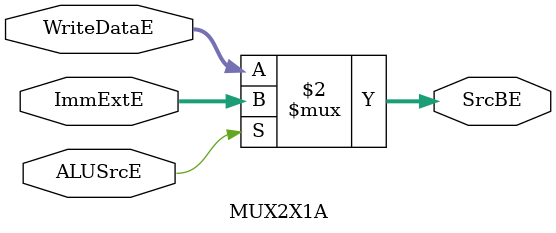
<source format=v>
`timescale 1ns / 1ps
module MUX2X1A(
input ALUSrcE,
input [31:0] WriteDataE, 
input [31:0] ImmExtE, 
output [31:0] SrcBE);

  assign SrcBE = (ALUSrcE == 0) ? WriteDataE : ImmExtE;
    
endmodule
</source>
